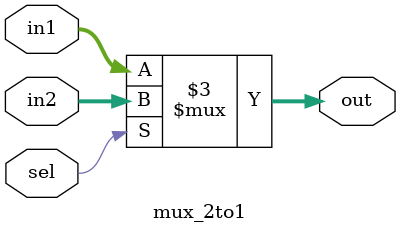
<source format=v>

module mux_2to1( in1 , in2, sel, out );
  input [31:0] in1, in2;
  input sel;
  output [31:0]out;
  reg [31:0]out;
  
  always @(in1 or in2 or sel)
    begin
      out=(~sel?in1:in2);
    end
 endmodule 

</source>
